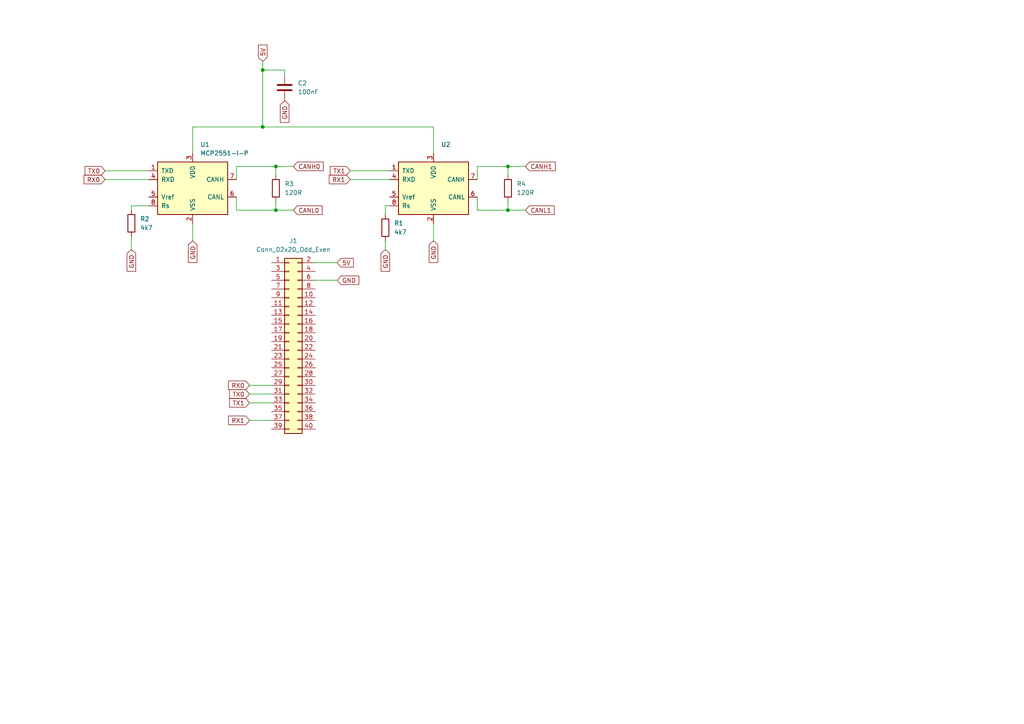
<source format=kicad_sch>
(kicad_sch (version 20231120) (generator "eeschema") (generator_version "8.0")
  (paper "A4")
  (lib_symbols
    (symbol "Connector_Generic:Conn_02x20_Odd_Even" (pin_names (offset 1.016) hide)
      (property "Reference" "J" (at 1.27 25.4 0))
      (property "Value" "Conn_02x20_Odd_Even" (at 1.27 -27.94 0))
      (symbol "Conn_02x20_Odd_Even_1_1"
        (rectangle (start -1.27 -25.273) (end 0 -25.527) (stroke (width 0.1524)))
        (rectangle (start -1.27 -22.733) (end 0 -22.987) (stroke (width 0.1524)))
        (rectangle (start -1.27 -20.193) (end 0 -20.447) (stroke (width 0.1524)))
        (rectangle (start -1.27 -17.653) (end 0 -17.907) (stroke (width 0.1524)))
        (rectangle (start -1.27 -15.113) (end 0 -15.367) (stroke (width 0.1524)))
        (rectangle (start -1.27 -12.573) (end 0 -12.827) (stroke (width 0.1524)))
        (rectangle (start -1.27 -10.033) (end 0 -10.287) (stroke (width 0.1524)))
        (rectangle (start -1.27 -7.493) (end 0 -7.747) (stroke (width 0.1524)))
        (rectangle (start -1.27 -4.953) (end 0 -5.207) (stroke (width 0.1524)))
        (rectangle (start -1.27 -2.413) (end 0 -2.667) (stroke (width 0.1524)))
        (rectangle (start -1.27 0.127) (end 0 -0.127) (stroke (width 0.1524)))
        (rectangle (start -1.27 2.667) (end 0 2.413) (stroke (width 0.1524)))
        (rectangle (start -1.27 5.207) (end 0 4.953) (stroke (width 0.1524)))
        (rectangle (start -1.27 7.747) (end 0 7.493) (stroke (width 0.1524)))
        (rectangle (start -1.27 10.287) (end 0 10.033) (stroke (width 0.1524)))
        (rectangle (start -1.27 12.827) (end 0 12.573) (stroke (width 0.1524)))
        (rectangle (start -1.27 15.367) (end 0 15.113) (stroke (width 0.1524)))
        (rectangle (start -1.27 17.907) (end 0 17.653) (stroke (width 0.1524)))
        (rectangle (start -1.27 20.447) (end 0 20.193) (stroke (width 0.1524)))
        (rectangle (start -1.27 22.987) (end 0 22.733) (stroke (width 0.1524)))
        (rectangle (start -1.27 24.13) (end 3.81 -26.67) (stroke (width 0.254)) (fill (type background)))
        (rectangle (start 3.81 -25.273) (end 2.54 -25.527) (stroke (width 0.1524)))
        (rectangle (start 3.81 -22.733) (end 2.54 -22.987) (stroke (width 0.1524)))
        (rectangle (start 3.81 -20.193) (end 2.54 -20.447) (stroke (width 0.1524)))
        (rectangle (start 3.81 -17.653) (end 2.54 -17.907) (stroke (width 0.1524)))
        (rectangle (start 3.81 -15.113) (end 2.54 -15.367) (stroke (width 0.1524)))
        (rectangle (start 3.81 -12.573) (end 2.54 -12.827) (stroke (width 0.1524)))
        (rectangle (start 3.81 -10.033) (end 2.54 -10.287) (stroke (width 0.1524)))
        (rectangle (start 3.81 -7.493) (end 2.54 -7.747) (stroke (width 0.1524)))
        (rectangle (start 3.81 -4.953) (end 2.54 -5.207) (stroke (width 0.1524)))
        (rectangle (start 3.81 -2.413) (end 2.54 -2.667) (stroke (width 0.1524)))
        (rectangle (start 3.81 0.127) (end 2.54 -0.127) (stroke (width 0.1524)))
        (rectangle (start 3.81 2.667) (end 2.54 2.413) (stroke (width 0.1524)))
        (rectangle (start 3.81 5.207) (end 2.54 4.953) (stroke (width 0.1524)))
        (rectangle (start 3.81 7.747) (end 2.54 7.493) (stroke (width 0.1524)))
        (rectangle (start 3.81 10.287) (end 2.54 10.033) (stroke (width 0.1524)))
        (rectangle (start 3.81 12.827) (end 2.54 12.573) (stroke (width 0.1524)))
        (rectangle (start 3.81 15.367) (end 2.54 15.113) (stroke (width 0.1524)))
        (rectangle (start 3.81 17.907) (end 2.54 17.653) (stroke (width 0.1524)))
        (rectangle (start 3.81 20.447) (end 2.54 20.193) (stroke (width 0.1524)))
        (rectangle (start 3.81 22.987) (end 2.54 22.733) (stroke (width 0.1524)))
        (pin passive line (at -5.08 22.86 0) (length 3.81) (name "Pin_1") (number "1"))
        (pin passive line (at 7.62 12.7 180) (length 3.81) (name "Pin_10") (number "10"))
        (pin passive line (at -5.08 10.16 0) (length 3.81) (name "Pin_11") (number "11"))
        (pin passive line (at 7.62 10.16 180) (length 3.81) (name "Pin_12") (number "12"))
        (pin passive line (at -5.08 7.62 0) (length 3.81) (name "Pin_13") (number "13"))
        (pin passive line (at 7.62 7.62 180) (length 3.81) (name "Pin_14") (number "14"))
        (pin passive line (at -5.08 5.08 0) (length 3.81) (name "Pin_15") (number "15"))
        (pin passive line (at 7.62 5.08 180) (length 3.81) (name "Pin_16") (number "16"))
        (pin passive line (at -5.08 2.54 0) (length 3.81) (name "Pin_17") (number "17"))
        (pin passive line (at 7.62 2.54 180) (length 3.81) (name "Pin_18") (number "18"))
        (pin passive line (at -5.08 0 0) (length 3.81) (name "Pin_19") (number "19"))
        (pin passive line (at 7.62 22.86 180) (length 3.81) (name "Pin_2") (number "2"))
        (pin passive line (at 7.62 0 180) (length 3.81) (name "Pin_20") (number "20"))
        (pin passive line (at -5.08 -2.54 0) (length 3.81) (name "Pin_21") (number "21"))
        (pin passive line (at 7.62 -2.54 180) (length 3.81) (name "Pin_22") (number "22"))
        (pin passive line (at -5.08 -5.08 0) (length 3.81) (name "Pin_23") (number "23"))
        (pin passive line (at 7.62 -5.08 180) (length 3.81) (name "Pin_24") (number "24"))
        (pin passive line (at -5.08 -7.62 0) (length 3.81) (name "Pin_25") (number "25"))
        (pin passive line (at 7.62 -7.62 180) (length 3.81) (name "Pin_26") (number "26"))
        (pin passive line (at -5.08 -10.16 0) (length 3.81) (name "Pin_27") (number "27"))
        (pin passive line (at 7.62 -10.16 180) (length 3.81) (name "Pin_28") (number "28"))
        (pin passive line (at -5.08 -12.7 0) (length 3.81) (name "Pin_29") (number "29"))
        (pin passive line (at -5.08 20.32 0) (length 3.81) (name "Pin_3") (number "3"))
        (pin passive line (at 7.62 -12.7 180) (length 3.81) (name "Pin_30") (number "30"))
        (pin passive line (at -5.08 -15.24 0) (length 3.81) (name "Pin_31") (number "31"))
        (pin passive line (at 7.62 -15.24 180) (length 3.81) (name "Pin_32") (number "32"))
        (pin passive line (at -5.08 -17.78 0) (length 3.81) (name "Pin_33") (number "33"))
        (pin passive line (at 7.62 -17.78 180) (length 3.81) (name "Pin_34") (number "34"))
        (pin passive line (at -5.08 -20.32 0) (length 3.81) (name "Pin_35") (number "35"))
        (pin passive line (at 7.62 -20.32 180) (length 3.81) (name "Pin_36") (number "36"))
        (pin passive line (at -5.08 -22.86 0) (length 3.81) (name "Pin_37") (number "37"))
        (pin passive line (at 7.62 -22.86 180) (length 3.81) (name "Pin_38") (number "38"))
        (pin passive line (at -5.08 -25.4 0) (length 3.81) (name "Pin_39") (number "39"))
        (pin passive line (at 7.62 20.32 180) (length 3.81) (name "Pin_4") (number "4"))
        (pin passive line (at 7.62 -25.4 180) (length 3.81) (name "Pin_40") (number "40"))
        (pin passive line (at -5.08 17.78 0) (length 3.81) (name "Pin_5") (number "5"))
        (pin passive line (at 7.62 17.78 180) (length 3.81) (name "Pin_6") (number "6"))
        (pin passive line (at -5.08 15.24 0) (length 3.81) (name "Pin_7") (number "7"))
        (pin passive line (at 7.62 15.24 180) (length 3.81) (name "Pin_8") (number "8"))
        (pin passive line (at -5.08 12.7 0) (length 3.81) (name "Pin_9") (number "9"))
      )
    )
    (symbol "Device:C" (pin_numbers hide) (pin_names (offset 0.254))
      (property "Reference" "C" (at 0.635 2.54 0))
      (property "Value" "C" (at 0.635 -2.54 0))
      (symbol "C_0_1"
        (polyline (pts (xy -2.032 -0.762) (xy 2.032 -0.762)) (stroke (width 0.508)))
        (polyline (pts (xy -2.032 0.762) (xy 2.032 0.762)) (stroke (width 0.508)))
      )
      (symbol "C_1_1"
        (pin passive line (at 0 3.81 270) (length 2.794) (name "~") (number "1"))
        (pin passive line (at 0 -3.81 90) (length 2.794) (name "~") (number "2"))
      )
    )
    (symbol "Device:R" (pin_numbers hide) (pin_names (offset 0))
      (property "Reference" "R" (at 2.032 0 90))
      (property "Value" "R" (at 0 0 90))
      (symbol "R_0_1"
        (rectangle (start -1.016 -2.54) (end 1.016 2.54) (stroke (width 0.254)))
      )
      (symbol "R_1_1"
        (pin passive line (at 0 3.81 270) (length 1.27) (name "~") (number "1"))
        (pin passive line (at 0 -3.81 90) (length 1.27) (name "~") (number "2"))
      )
    )
    (symbol "Interface_CAN_LIN:MCP2551-I-P" (pin_names (offset 1.016))
      (property "Reference" "U" (at -10.16 8.89 0))
      (property "Value" "MCP2551-I-P" (at 2.54 8.89 0))
      (symbol "MCP2551-I-P_0_1"
        (rectangle (start -10.16 7.62) (end 10.16 -7.62) (stroke (width 0.254)) (fill (type background)))
      )
      (symbol "MCP2551-I-P_1_1"
        (pin input line (at -12.7 5.08 0) (length 2.54) (name "TXD") (number "1"))
        (pin power_in line (at 0 -10.16 90) (length 2.54) (name "VSS") (number "2"))
        (pin power_in line (at 0 10.16 270) (length 2.54) (name "VDD") (number "3"))
        (pin output line (at -12.7 2.54 0) (length 2.54) (name "RXD") (number "4"))
        (pin power_out line (at -12.7 -2.54 0) (length 2.54) (name "Vref") (number "5"))
        (pin bidirectional line (at 12.7 -2.54 180) (length 2.54) (name "CANL") (number "6"))
        (pin bidirectional line (at 12.7 2.54 180) (length 2.54) (name "CANH") (number "7"))
        (pin input line (at -12.7 -5.08 0) (length 2.54) (name "Rs") (number "8"))
      )
    )
  )
  (junction (at 80.01 60.96))
  (junction (at 147.32 48.26))
  (junction (at 80.01 48.26))
  (junction (at 76.2 36.83))
  (junction (at 76.2 20.32))
  (junction (at 147.32 60.96))
  (wire (pts (xy 72.39 111.76) (xy 78.74 111.76)))
  (wire (pts (xy 82.55 20.32) (xy 76.2 20.32)))
  (wire (pts (xy 72.39 116.84) (xy 78.74 116.84)))
  (wire (pts (xy 76.2 17.78) (xy 76.2 20.32)))
  (wire (pts (xy 82.55 21.59) (xy 82.55 20.32)))
  (wire (pts (xy 68.58 57.15) (xy 68.58 60.96)))
  (wire (pts (xy 80.01 48.26) (xy 80.01 50.8)))
  (wire (pts (xy 80.01 48.26) (xy 85.09 48.26)))
  (wire (pts (xy 72.39 121.92) (xy 78.74 121.92)))
  (wire (pts (xy 80.01 60.96) (xy 85.09 60.96)))
  (wire (pts (xy 68.58 48.26) (xy 80.01 48.26)))
  (wire (pts (xy 147.32 60.96) (xy 152.4 60.96)))
  (wire (pts (xy 76.2 36.83) (xy 125.73 36.83)))
  (wire (pts (xy 125.73 36.83) (xy 125.73 44.45)))
  (wire (pts (xy 138.43 48.26) (xy 147.32 48.26)))
  (wire (pts (xy 138.43 60.96) (xy 138.43 57.15)))
  (wire (pts (xy 138.43 48.26) (xy 138.43 52.07)))
  (wire (pts (xy 68.58 48.26) (xy 68.58 52.07)))
  (wire (pts (xy 147.32 48.26) (xy 147.32 50.8)))
  (wire (pts (xy 138.43 60.96) (xy 147.32 60.96)))
  (wire (pts (xy 72.39 114.3) (xy 78.74 114.3)))
  (wire (pts (xy 68.58 60.96) (xy 80.01 60.96)))
  (wire (pts (xy 38.1 68.58) (xy 38.1 72.39)))
  (wire (pts (xy 111.76 69.85) (xy 111.76 72.39)))
  (wire (pts (xy 38.1 59.69) (xy 38.1 60.96)))
  (wire (pts (xy 55.88 64.77) (xy 55.88 69.85)))
  (wire (pts (xy 91.44 81.28) (xy 97.79 81.28)))
  (wire (pts (xy 43.18 49.53) (xy 30.48 49.53)))
  (wire (pts (xy 147.32 48.26) (xy 152.4 48.26)))
  (wire (pts (xy 113.03 52.07) (xy 101.6 52.07)))
  (wire (pts (xy 76.2 20.32) (xy 76.2 36.83)))
  (wire (pts (xy 43.18 59.69) (xy 38.1 59.69)))
  (wire (pts (xy 55.88 44.45) (xy 55.88 36.83)))
  (wire (pts (xy 113.03 59.69) (xy 111.76 59.69)))
  (wire (pts (xy 80.01 58.42) (xy 80.01 60.96)))
  (wire (pts (xy 147.32 58.42) (xy 147.32 60.96)))
  (wire (pts (xy 43.18 52.07) (xy 30.48 52.07)))
  (wire (pts (xy 113.03 49.53) (xy 101.6 49.53)))
  (wire (pts (xy 55.88 36.83) (xy 76.2 36.83)))
  (wire (pts (xy 91.44 76.2) (xy 97.79 76.2)))
  (wire (pts (xy 111.76 59.69) (xy 111.76 62.23)))
  (wire (pts (xy 125.73 64.77) (xy 125.73 69.85)))
  (global_label "5V" (shape input) (at 97.79 76.2 0) (property "Intersheetrefs" "${INTERSHEET_REFS}" (effects (hide yes))))
  (global_label "GND" (shape input) (at 111.76 72.39 270) (property "Intersheetrefs" "${INTERSHEET_REFS}" (effects (hide yes))))
  (global_label "RX0" (shape input) (at 72.39 111.76 180) (property "Intersheetrefs" "${INTERSHEET_REFS}" (effects (hide yes))))
  (global_label "RX1" (shape input) (at 101.6 52.07 180) (property "Intersheetrefs" "${INTERSHEET_REFS}" (effects (hide yes))))
  (global_label "TX1" (shape input) (at 101.6 49.53 180) (property "Intersheetrefs" "${INTERSHEET_REFS}" (effects (hide yes))))
  (global_label "RX0" (shape input) (at 30.48 52.07 180) (property "Intersheetrefs" "${INTERSHEET_REFS}" (effects (hide yes))))
  (global_label "CANH1" (shape input) (at 152.4 48.26 0) (property "Intersheetrefs" "${INTERSHEET_REFS}" (effects (hide yes))))
  (global_label "GND" (shape input) (at 125.73 69.85 270) (property "Intersheetrefs" "${INTERSHEET_REFS}" (effects (hide yes))))
  (global_label "TX1" (shape input) (at 72.39 116.84 180) (property "Intersheetrefs" "${INTERSHEET_REFS}" (effects (hide yes))))
  (global_label "GND" (shape input) (at 82.55 29.21 270) (property "Intersheetrefs" "${INTERSHEET_REFS}" (effects (hide yes))))
  (global_label "5V" (shape input) (at 76.2 17.78 90) (property "Intersheetrefs" "${INTERSHEET_REFS}" (effects (hide yes))))
  (global_label "GND" (shape input) (at 38.1 72.39 270) (property "Intersheetrefs" "${INTERSHEET_REFS}" (effects (hide yes))))
  (global_label "TX0" (shape input) (at 30.48 49.53 180) (property "Intersheetrefs" "${INTERSHEET_REFS}" (effects (hide yes))))
  (global_label "CANH0" (shape input) (at 85.09 48.26 0) (property "Intersheetrefs" "${INTERSHEET_REFS}" (effects (hide yes))))
  (global_label "CANL0" (shape input) (at 85.09 60.96 0) (property "Intersheetrefs" "${INTERSHEET_REFS}" (effects (hide yes))))
  (global_label "TX0" (shape input) (at 72.39 114.3 180) (property "Intersheetrefs" "${INTERSHEET_REFS}" (effects (hide yes))))
  (global_label "GND" (shape input) (at 55.88 69.85 270) (property "Intersheetrefs" "${INTERSHEET_REFS}" (effects (hide yes))))
  (global_label "CANL1" (shape input) (at 152.4 60.96 0) (property "Intersheetrefs" "${INTERSHEET_REFS}" (effects (hide yes))))
  (global_label "GND" (shape input) (at 97.79 81.28 0) (property "Intersheetrefs" "${INTERSHEET_REFS}" (effects (hide yes))))
  (global_label "RX1" (shape input) (at 72.39 121.92 180) (property "Intersheetrefs" "${INTERSHEET_REFS}" (effects (hide yes))))
  (symbol (lib_id "Interface_CAN_LIN:MCP2551-I-P") (at 125.73 54.61 0) (unit 1)
    (property "Reference" "U2" (at 127.9241 41.91 0) (effects (justify left)))
    (property "Value" "MCP2551-I-P" (effects (hide yes)))
    (property "Footprint" "Package_DIP:DIP-8_W7.62mm" (effects (hide yes)))
    (property "Datasheet" "http://ww1.microchip.com/downloads/en/devicedoc/21667d.pdf" (effects (hide yes)))
    (property "Description" "High-Speed CAN Transceiver, 1Mbps, 5V supply, DIP-8" (effects (hide yes)))
  )
  (symbol (lib_id "Device:R") (at 147.32 54.61 0) (unit 1)
    (property "Reference" "R4" (at 149.86 53.3399 0) (effects (justify left)))
    (property "Value" "120R" (at 149.86 55.8799 0) (effects (justify left)))
    (property "Footprint" "Resistor_SMD:R_0805_2012Metric" (effects (hide yes)))
    (property "Description" "Resistor" (effects (hide yes)))
  )
  (symbol (lib_id "Device:C") (at 82.55 25.4 0) (unit 1)
    (property "Reference" "C2" (at 86.36 24.1299 0) (effects (justify left)))
    (property "Value" "100nF" (at 86.36 26.6699 0) (effects (justify left)))
    (property "Footprint" "Capacitor_SMD:C_0805_2012Metric" (effects (hide yes)))
    (property "Description" "Unpolarized capacitor" (effects (hide yes)))
  )
  (symbol (lib_id "Device:R") (at 80.01 54.61 0) (unit 1)
    (property "Reference" "R3" (at 82.55 53.3399 0) (effects (justify left)))
    (property "Value" "120R" (at 82.55 55.8799 0) (effects (justify left)))
    (property "Footprint" "Resistor_SMD:R_0805_2012Metric" (effects (hide yes)))
    (property "Description" "Resistor" (effects (hide yes)))
  )
  (symbol (lib_id "Device:R") (at 111.76 66.04 180) (unit 1)
    (property "Reference" "R1" (at 114.3 64.7699 0) (effects (justify right)))
    (property "Value" "4k7" (at 114.3 67.3099 0) (effects (justify right)))
    (property "Footprint" "Resistor_SMD:R_0805_2012Metric" (effects (hide yes)))
    (property "Description" "Resistor" (effects (hide yes)))
  )
  (symbol (lib_id "Device:R") (at 38.1 64.77 180) (unit 1)
    (property "Reference" "R2" (at 40.64 63.4999 0) (effects (justify right)))
    (property "Value" "4k7" (at 40.64 66.0399 0) (effects (justify right)))
    (property "Footprint" "Resistor_SMD:R_0805_2012Metric" (effects (hide yes)))
    (property "Description" "Resistor" (effects (hide yes)))
  )
  (symbol (lib_id "Connector_Generic:Conn_02x20_Odd_Even") (at 83.82 99.06 0) (unit 1)
    (property "Reference" "J1" (at 85.09 69.85 0))
    (property "Value" "Conn_02x20_Odd_Even" (at 85.09 72.39 0))
    (property "Footprint" "Connector_Harwin:Harwin_M20-7812045_2x20_P2.54mm_Vertical" (effects (hide yes)))
    (property "Description" "Generic connector, double row, 02x20, odd/even pin numbering scheme (row 1 odd numbers, row 2 even numbers), script generated (kicad-library-utils/schlib/autogen/connector/)" (effects (hide yes)))
  )
  (symbol (lib_id "Interface_CAN_LIN:MCP2551-I-P") (at 55.88 54.61 0) (unit 1)
    (property "Reference" "U1" (at 58.0741 41.91 0) (effects (justify left)))
    (property "Value" "MCP2551-I-P" (at 58.0741 44.45 0) (effects (justify left)))
    (property "Footprint" "Package_DIP:DIP-8_W7.62mm" (effects (hide yes)))
    (property "Datasheet" "http://ww1.microchip.com/downloads/en/devicedoc/21667d.pdf" (effects (hide yes)))
    (property "Description" "High-Speed CAN Transceiver, 1Mbps, 5V supply, DIP-8" (effects (hide yes)))
  )
)
</source>
